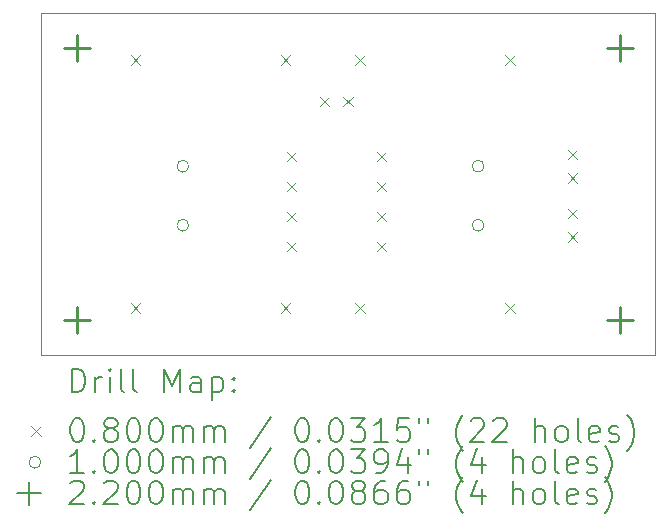
<source format=gbr>
%TF.GenerationSoftware,KiCad,Pcbnew,9.0.4*%
%TF.CreationDate,2025-10-11T18:25:24-04:00*%
%TF.ProjectId,test1,74657374-312e-46b6-9963-61645f706362,rev?*%
%TF.SameCoordinates,Original*%
%TF.FileFunction,Drillmap*%
%TF.FilePolarity,Positive*%
%FSLAX45Y45*%
G04 Gerber Fmt 4.5, Leading zero omitted, Abs format (unit mm)*
G04 Created by KiCad (PCBNEW 9.0.4) date 2025-10-11 18:25:24*
%MOMM*%
%LPD*%
G01*
G04 APERTURE LIST*
%ADD10C,0.050000*%
%ADD11C,0.200000*%
%ADD12C,0.100000*%
%ADD13C,0.220000*%
G04 APERTURE END LIST*
D10*
X12550000Y-8600000D02*
X17750000Y-8600000D01*
X17750000Y-11500000D01*
X12550000Y-11500000D01*
X12550000Y-8600000D01*
D11*
D12*
X13310000Y-8960000D02*
X13390000Y-9040000D01*
X13390000Y-8960000D02*
X13310000Y-9040000D01*
X13310000Y-11060000D02*
X13390000Y-11140000D01*
X13390000Y-11060000D02*
X13310000Y-11140000D01*
X14580000Y-8960000D02*
X14660000Y-9040000D01*
X14660000Y-8960000D02*
X14580000Y-9040000D01*
X14580000Y-11060000D02*
X14660000Y-11140000D01*
X14660000Y-11060000D02*
X14580000Y-11140000D01*
X14629500Y-9779000D02*
X14709500Y-9859000D01*
X14709500Y-9779000D02*
X14629500Y-9859000D01*
X14629500Y-10033000D02*
X14709500Y-10113000D01*
X14709500Y-10033000D02*
X14629500Y-10113000D01*
X14629500Y-10287000D02*
X14709500Y-10367000D01*
X14709500Y-10287000D02*
X14629500Y-10367000D01*
X14629500Y-10541000D02*
X14709500Y-10621000D01*
X14709500Y-10541000D02*
X14629500Y-10621000D01*
X14910000Y-9310000D02*
X14990000Y-9390000D01*
X14990000Y-9310000D02*
X14910000Y-9390000D01*
X15110000Y-9310000D02*
X15190000Y-9390000D01*
X15190000Y-9310000D02*
X15110000Y-9390000D01*
X15210000Y-8960000D02*
X15290000Y-9040000D01*
X15290000Y-8960000D02*
X15210000Y-9040000D01*
X15210000Y-11060000D02*
X15290000Y-11140000D01*
X15290000Y-11060000D02*
X15210000Y-11140000D01*
X15391500Y-9779000D02*
X15471500Y-9859000D01*
X15471500Y-9779000D02*
X15391500Y-9859000D01*
X15391500Y-10033000D02*
X15471500Y-10113000D01*
X15471500Y-10033000D02*
X15391500Y-10113000D01*
X15391500Y-10287000D02*
X15471500Y-10367000D01*
X15471500Y-10287000D02*
X15391500Y-10367000D01*
X15391500Y-10541000D02*
X15471500Y-10621000D01*
X15471500Y-10541000D02*
X15391500Y-10621000D01*
X16480000Y-8960000D02*
X16560000Y-9040000D01*
X16560000Y-8960000D02*
X16480000Y-9040000D01*
X16480000Y-11060000D02*
X16560000Y-11140000D01*
X16560000Y-11060000D02*
X16480000Y-11140000D01*
X17010000Y-9760000D02*
X17090000Y-9840000D01*
X17090000Y-9760000D02*
X17010000Y-9840000D01*
X17010000Y-9960000D02*
X17090000Y-10040000D01*
X17090000Y-9960000D02*
X17010000Y-10040000D01*
X17010000Y-10260000D02*
X17090000Y-10340000D01*
X17090000Y-10260000D02*
X17010000Y-10340000D01*
X17010000Y-10460000D02*
X17090000Y-10540000D01*
X17090000Y-10460000D02*
X17010000Y-10540000D01*
X13800000Y-9900000D02*
G75*
G02*
X13700000Y-9900000I-50000J0D01*
G01*
X13700000Y-9900000D02*
G75*
G02*
X13800000Y-9900000I50000J0D01*
G01*
X13800000Y-10400000D02*
G75*
G02*
X13700000Y-10400000I-50000J0D01*
G01*
X13700000Y-10400000D02*
G75*
G02*
X13800000Y-10400000I50000J0D01*
G01*
X16300000Y-9900000D02*
G75*
G02*
X16200000Y-9900000I-50000J0D01*
G01*
X16200000Y-9900000D02*
G75*
G02*
X16300000Y-9900000I50000J0D01*
G01*
X16300000Y-10400000D02*
G75*
G02*
X16200000Y-10400000I-50000J0D01*
G01*
X16200000Y-10400000D02*
G75*
G02*
X16300000Y-10400000I50000J0D01*
G01*
D13*
X12850000Y-8790000D02*
X12850000Y-9010000D01*
X12740000Y-8900000D02*
X12960000Y-8900000D01*
X12850000Y-11090000D02*
X12850000Y-11310000D01*
X12740000Y-11200000D02*
X12960000Y-11200000D01*
X17450000Y-8790000D02*
X17450000Y-9010000D01*
X17340000Y-8900000D02*
X17560000Y-8900000D01*
X17450000Y-11090000D02*
X17450000Y-11310000D01*
X17340000Y-11200000D02*
X17560000Y-11200000D01*
D11*
X12808277Y-11813984D02*
X12808277Y-11613984D01*
X12808277Y-11613984D02*
X12855896Y-11613984D01*
X12855896Y-11613984D02*
X12884467Y-11623508D01*
X12884467Y-11623508D02*
X12903515Y-11642555D01*
X12903515Y-11642555D02*
X12913039Y-11661603D01*
X12913039Y-11661603D02*
X12922562Y-11699698D01*
X12922562Y-11699698D02*
X12922562Y-11728269D01*
X12922562Y-11728269D02*
X12913039Y-11766365D01*
X12913039Y-11766365D02*
X12903515Y-11785412D01*
X12903515Y-11785412D02*
X12884467Y-11804460D01*
X12884467Y-11804460D02*
X12855896Y-11813984D01*
X12855896Y-11813984D02*
X12808277Y-11813984D01*
X13008277Y-11813984D02*
X13008277Y-11680650D01*
X13008277Y-11718746D02*
X13017801Y-11699698D01*
X13017801Y-11699698D02*
X13027324Y-11690174D01*
X13027324Y-11690174D02*
X13046372Y-11680650D01*
X13046372Y-11680650D02*
X13065420Y-11680650D01*
X13132086Y-11813984D02*
X13132086Y-11680650D01*
X13132086Y-11613984D02*
X13122562Y-11623508D01*
X13122562Y-11623508D02*
X13132086Y-11633031D01*
X13132086Y-11633031D02*
X13141610Y-11623508D01*
X13141610Y-11623508D02*
X13132086Y-11613984D01*
X13132086Y-11613984D02*
X13132086Y-11633031D01*
X13255896Y-11813984D02*
X13236848Y-11804460D01*
X13236848Y-11804460D02*
X13227324Y-11785412D01*
X13227324Y-11785412D02*
X13227324Y-11613984D01*
X13360658Y-11813984D02*
X13341610Y-11804460D01*
X13341610Y-11804460D02*
X13332086Y-11785412D01*
X13332086Y-11785412D02*
X13332086Y-11613984D01*
X13589229Y-11813984D02*
X13589229Y-11613984D01*
X13589229Y-11613984D02*
X13655896Y-11756841D01*
X13655896Y-11756841D02*
X13722562Y-11613984D01*
X13722562Y-11613984D02*
X13722562Y-11813984D01*
X13903515Y-11813984D02*
X13903515Y-11709222D01*
X13903515Y-11709222D02*
X13893991Y-11690174D01*
X13893991Y-11690174D02*
X13874943Y-11680650D01*
X13874943Y-11680650D02*
X13836848Y-11680650D01*
X13836848Y-11680650D02*
X13817801Y-11690174D01*
X13903515Y-11804460D02*
X13884467Y-11813984D01*
X13884467Y-11813984D02*
X13836848Y-11813984D01*
X13836848Y-11813984D02*
X13817801Y-11804460D01*
X13817801Y-11804460D02*
X13808277Y-11785412D01*
X13808277Y-11785412D02*
X13808277Y-11766365D01*
X13808277Y-11766365D02*
X13817801Y-11747317D01*
X13817801Y-11747317D02*
X13836848Y-11737793D01*
X13836848Y-11737793D02*
X13884467Y-11737793D01*
X13884467Y-11737793D02*
X13903515Y-11728269D01*
X13998753Y-11680650D02*
X13998753Y-11880650D01*
X13998753Y-11690174D02*
X14017801Y-11680650D01*
X14017801Y-11680650D02*
X14055896Y-11680650D01*
X14055896Y-11680650D02*
X14074943Y-11690174D01*
X14074943Y-11690174D02*
X14084467Y-11699698D01*
X14084467Y-11699698D02*
X14093991Y-11718746D01*
X14093991Y-11718746D02*
X14093991Y-11775888D01*
X14093991Y-11775888D02*
X14084467Y-11794936D01*
X14084467Y-11794936D02*
X14074943Y-11804460D01*
X14074943Y-11804460D02*
X14055896Y-11813984D01*
X14055896Y-11813984D02*
X14017801Y-11813984D01*
X14017801Y-11813984D02*
X13998753Y-11804460D01*
X14179705Y-11794936D02*
X14189229Y-11804460D01*
X14189229Y-11804460D02*
X14179705Y-11813984D01*
X14179705Y-11813984D02*
X14170182Y-11804460D01*
X14170182Y-11804460D02*
X14179705Y-11794936D01*
X14179705Y-11794936D02*
X14179705Y-11813984D01*
X14179705Y-11690174D02*
X14189229Y-11699698D01*
X14189229Y-11699698D02*
X14179705Y-11709222D01*
X14179705Y-11709222D02*
X14170182Y-11699698D01*
X14170182Y-11699698D02*
X14179705Y-11690174D01*
X14179705Y-11690174D02*
X14179705Y-11709222D01*
D12*
X12467500Y-12102500D02*
X12547500Y-12182500D01*
X12547500Y-12102500D02*
X12467500Y-12182500D01*
D11*
X12846372Y-12033984D02*
X12865420Y-12033984D01*
X12865420Y-12033984D02*
X12884467Y-12043508D01*
X12884467Y-12043508D02*
X12893991Y-12053031D01*
X12893991Y-12053031D02*
X12903515Y-12072079D01*
X12903515Y-12072079D02*
X12913039Y-12110174D01*
X12913039Y-12110174D02*
X12913039Y-12157793D01*
X12913039Y-12157793D02*
X12903515Y-12195888D01*
X12903515Y-12195888D02*
X12893991Y-12214936D01*
X12893991Y-12214936D02*
X12884467Y-12224460D01*
X12884467Y-12224460D02*
X12865420Y-12233984D01*
X12865420Y-12233984D02*
X12846372Y-12233984D01*
X12846372Y-12233984D02*
X12827324Y-12224460D01*
X12827324Y-12224460D02*
X12817801Y-12214936D01*
X12817801Y-12214936D02*
X12808277Y-12195888D01*
X12808277Y-12195888D02*
X12798753Y-12157793D01*
X12798753Y-12157793D02*
X12798753Y-12110174D01*
X12798753Y-12110174D02*
X12808277Y-12072079D01*
X12808277Y-12072079D02*
X12817801Y-12053031D01*
X12817801Y-12053031D02*
X12827324Y-12043508D01*
X12827324Y-12043508D02*
X12846372Y-12033984D01*
X12998753Y-12214936D02*
X13008277Y-12224460D01*
X13008277Y-12224460D02*
X12998753Y-12233984D01*
X12998753Y-12233984D02*
X12989229Y-12224460D01*
X12989229Y-12224460D02*
X12998753Y-12214936D01*
X12998753Y-12214936D02*
X12998753Y-12233984D01*
X13122562Y-12119698D02*
X13103515Y-12110174D01*
X13103515Y-12110174D02*
X13093991Y-12100650D01*
X13093991Y-12100650D02*
X13084467Y-12081603D01*
X13084467Y-12081603D02*
X13084467Y-12072079D01*
X13084467Y-12072079D02*
X13093991Y-12053031D01*
X13093991Y-12053031D02*
X13103515Y-12043508D01*
X13103515Y-12043508D02*
X13122562Y-12033984D01*
X13122562Y-12033984D02*
X13160658Y-12033984D01*
X13160658Y-12033984D02*
X13179705Y-12043508D01*
X13179705Y-12043508D02*
X13189229Y-12053031D01*
X13189229Y-12053031D02*
X13198753Y-12072079D01*
X13198753Y-12072079D02*
X13198753Y-12081603D01*
X13198753Y-12081603D02*
X13189229Y-12100650D01*
X13189229Y-12100650D02*
X13179705Y-12110174D01*
X13179705Y-12110174D02*
X13160658Y-12119698D01*
X13160658Y-12119698D02*
X13122562Y-12119698D01*
X13122562Y-12119698D02*
X13103515Y-12129222D01*
X13103515Y-12129222D02*
X13093991Y-12138746D01*
X13093991Y-12138746D02*
X13084467Y-12157793D01*
X13084467Y-12157793D02*
X13084467Y-12195888D01*
X13084467Y-12195888D02*
X13093991Y-12214936D01*
X13093991Y-12214936D02*
X13103515Y-12224460D01*
X13103515Y-12224460D02*
X13122562Y-12233984D01*
X13122562Y-12233984D02*
X13160658Y-12233984D01*
X13160658Y-12233984D02*
X13179705Y-12224460D01*
X13179705Y-12224460D02*
X13189229Y-12214936D01*
X13189229Y-12214936D02*
X13198753Y-12195888D01*
X13198753Y-12195888D02*
X13198753Y-12157793D01*
X13198753Y-12157793D02*
X13189229Y-12138746D01*
X13189229Y-12138746D02*
X13179705Y-12129222D01*
X13179705Y-12129222D02*
X13160658Y-12119698D01*
X13322562Y-12033984D02*
X13341610Y-12033984D01*
X13341610Y-12033984D02*
X13360658Y-12043508D01*
X13360658Y-12043508D02*
X13370182Y-12053031D01*
X13370182Y-12053031D02*
X13379705Y-12072079D01*
X13379705Y-12072079D02*
X13389229Y-12110174D01*
X13389229Y-12110174D02*
X13389229Y-12157793D01*
X13389229Y-12157793D02*
X13379705Y-12195888D01*
X13379705Y-12195888D02*
X13370182Y-12214936D01*
X13370182Y-12214936D02*
X13360658Y-12224460D01*
X13360658Y-12224460D02*
X13341610Y-12233984D01*
X13341610Y-12233984D02*
X13322562Y-12233984D01*
X13322562Y-12233984D02*
X13303515Y-12224460D01*
X13303515Y-12224460D02*
X13293991Y-12214936D01*
X13293991Y-12214936D02*
X13284467Y-12195888D01*
X13284467Y-12195888D02*
X13274943Y-12157793D01*
X13274943Y-12157793D02*
X13274943Y-12110174D01*
X13274943Y-12110174D02*
X13284467Y-12072079D01*
X13284467Y-12072079D02*
X13293991Y-12053031D01*
X13293991Y-12053031D02*
X13303515Y-12043508D01*
X13303515Y-12043508D02*
X13322562Y-12033984D01*
X13513039Y-12033984D02*
X13532086Y-12033984D01*
X13532086Y-12033984D02*
X13551134Y-12043508D01*
X13551134Y-12043508D02*
X13560658Y-12053031D01*
X13560658Y-12053031D02*
X13570182Y-12072079D01*
X13570182Y-12072079D02*
X13579705Y-12110174D01*
X13579705Y-12110174D02*
X13579705Y-12157793D01*
X13579705Y-12157793D02*
X13570182Y-12195888D01*
X13570182Y-12195888D02*
X13560658Y-12214936D01*
X13560658Y-12214936D02*
X13551134Y-12224460D01*
X13551134Y-12224460D02*
X13532086Y-12233984D01*
X13532086Y-12233984D02*
X13513039Y-12233984D01*
X13513039Y-12233984D02*
X13493991Y-12224460D01*
X13493991Y-12224460D02*
X13484467Y-12214936D01*
X13484467Y-12214936D02*
X13474943Y-12195888D01*
X13474943Y-12195888D02*
X13465420Y-12157793D01*
X13465420Y-12157793D02*
X13465420Y-12110174D01*
X13465420Y-12110174D02*
X13474943Y-12072079D01*
X13474943Y-12072079D02*
X13484467Y-12053031D01*
X13484467Y-12053031D02*
X13493991Y-12043508D01*
X13493991Y-12043508D02*
X13513039Y-12033984D01*
X13665420Y-12233984D02*
X13665420Y-12100650D01*
X13665420Y-12119698D02*
X13674943Y-12110174D01*
X13674943Y-12110174D02*
X13693991Y-12100650D01*
X13693991Y-12100650D02*
X13722563Y-12100650D01*
X13722563Y-12100650D02*
X13741610Y-12110174D01*
X13741610Y-12110174D02*
X13751134Y-12129222D01*
X13751134Y-12129222D02*
X13751134Y-12233984D01*
X13751134Y-12129222D02*
X13760658Y-12110174D01*
X13760658Y-12110174D02*
X13779705Y-12100650D01*
X13779705Y-12100650D02*
X13808277Y-12100650D01*
X13808277Y-12100650D02*
X13827324Y-12110174D01*
X13827324Y-12110174D02*
X13836848Y-12129222D01*
X13836848Y-12129222D02*
X13836848Y-12233984D01*
X13932086Y-12233984D02*
X13932086Y-12100650D01*
X13932086Y-12119698D02*
X13941610Y-12110174D01*
X13941610Y-12110174D02*
X13960658Y-12100650D01*
X13960658Y-12100650D02*
X13989229Y-12100650D01*
X13989229Y-12100650D02*
X14008277Y-12110174D01*
X14008277Y-12110174D02*
X14017801Y-12129222D01*
X14017801Y-12129222D02*
X14017801Y-12233984D01*
X14017801Y-12129222D02*
X14027324Y-12110174D01*
X14027324Y-12110174D02*
X14046372Y-12100650D01*
X14046372Y-12100650D02*
X14074943Y-12100650D01*
X14074943Y-12100650D02*
X14093991Y-12110174D01*
X14093991Y-12110174D02*
X14103515Y-12129222D01*
X14103515Y-12129222D02*
X14103515Y-12233984D01*
X14493991Y-12024460D02*
X14322563Y-12281603D01*
X14751134Y-12033984D02*
X14770182Y-12033984D01*
X14770182Y-12033984D02*
X14789229Y-12043508D01*
X14789229Y-12043508D02*
X14798753Y-12053031D01*
X14798753Y-12053031D02*
X14808277Y-12072079D01*
X14808277Y-12072079D02*
X14817801Y-12110174D01*
X14817801Y-12110174D02*
X14817801Y-12157793D01*
X14817801Y-12157793D02*
X14808277Y-12195888D01*
X14808277Y-12195888D02*
X14798753Y-12214936D01*
X14798753Y-12214936D02*
X14789229Y-12224460D01*
X14789229Y-12224460D02*
X14770182Y-12233984D01*
X14770182Y-12233984D02*
X14751134Y-12233984D01*
X14751134Y-12233984D02*
X14732086Y-12224460D01*
X14732086Y-12224460D02*
X14722563Y-12214936D01*
X14722563Y-12214936D02*
X14713039Y-12195888D01*
X14713039Y-12195888D02*
X14703515Y-12157793D01*
X14703515Y-12157793D02*
X14703515Y-12110174D01*
X14703515Y-12110174D02*
X14713039Y-12072079D01*
X14713039Y-12072079D02*
X14722563Y-12053031D01*
X14722563Y-12053031D02*
X14732086Y-12043508D01*
X14732086Y-12043508D02*
X14751134Y-12033984D01*
X14903515Y-12214936D02*
X14913039Y-12224460D01*
X14913039Y-12224460D02*
X14903515Y-12233984D01*
X14903515Y-12233984D02*
X14893991Y-12224460D01*
X14893991Y-12224460D02*
X14903515Y-12214936D01*
X14903515Y-12214936D02*
X14903515Y-12233984D01*
X15036848Y-12033984D02*
X15055896Y-12033984D01*
X15055896Y-12033984D02*
X15074944Y-12043508D01*
X15074944Y-12043508D02*
X15084467Y-12053031D01*
X15084467Y-12053031D02*
X15093991Y-12072079D01*
X15093991Y-12072079D02*
X15103515Y-12110174D01*
X15103515Y-12110174D02*
X15103515Y-12157793D01*
X15103515Y-12157793D02*
X15093991Y-12195888D01*
X15093991Y-12195888D02*
X15084467Y-12214936D01*
X15084467Y-12214936D02*
X15074944Y-12224460D01*
X15074944Y-12224460D02*
X15055896Y-12233984D01*
X15055896Y-12233984D02*
X15036848Y-12233984D01*
X15036848Y-12233984D02*
X15017801Y-12224460D01*
X15017801Y-12224460D02*
X15008277Y-12214936D01*
X15008277Y-12214936D02*
X14998753Y-12195888D01*
X14998753Y-12195888D02*
X14989229Y-12157793D01*
X14989229Y-12157793D02*
X14989229Y-12110174D01*
X14989229Y-12110174D02*
X14998753Y-12072079D01*
X14998753Y-12072079D02*
X15008277Y-12053031D01*
X15008277Y-12053031D02*
X15017801Y-12043508D01*
X15017801Y-12043508D02*
X15036848Y-12033984D01*
X15170182Y-12033984D02*
X15293991Y-12033984D01*
X15293991Y-12033984D02*
X15227325Y-12110174D01*
X15227325Y-12110174D02*
X15255896Y-12110174D01*
X15255896Y-12110174D02*
X15274944Y-12119698D01*
X15274944Y-12119698D02*
X15284467Y-12129222D01*
X15284467Y-12129222D02*
X15293991Y-12148269D01*
X15293991Y-12148269D02*
X15293991Y-12195888D01*
X15293991Y-12195888D02*
X15284467Y-12214936D01*
X15284467Y-12214936D02*
X15274944Y-12224460D01*
X15274944Y-12224460D02*
X15255896Y-12233984D01*
X15255896Y-12233984D02*
X15198753Y-12233984D01*
X15198753Y-12233984D02*
X15179706Y-12224460D01*
X15179706Y-12224460D02*
X15170182Y-12214936D01*
X15484467Y-12233984D02*
X15370182Y-12233984D01*
X15427325Y-12233984D02*
X15427325Y-12033984D01*
X15427325Y-12033984D02*
X15408277Y-12062555D01*
X15408277Y-12062555D02*
X15389229Y-12081603D01*
X15389229Y-12081603D02*
X15370182Y-12091127D01*
X15665420Y-12033984D02*
X15570182Y-12033984D01*
X15570182Y-12033984D02*
X15560658Y-12129222D01*
X15560658Y-12129222D02*
X15570182Y-12119698D01*
X15570182Y-12119698D02*
X15589229Y-12110174D01*
X15589229Y-12110174D02*
X15636848Y-12110174D01*
X15636848Y-12110174D02*
X15655896Y-12119698D01*
X15655896Y-12119698D02*
X15665420Y-12129222D01*
X15665420Y-12129222D02*
X15674944Y-12148269D01*
X15674944Y-12148269D02*
X15674944Y-12195888D01*
X15674944Y-12195888D02*
X15665420Y-12214936D01*
X15665420Y-12214936D02*
X15655896Y-12224460D01*
X15655896Y-12224460D02*
X15636848Y-12233984D01*
X15636848Y-12233984D02*
X15589229Y-12233984D01*
X15589229Y-12233984D02*
X15570182Y-12224460D01*
X15570182Y-12224460D02*
X15560658Y-12214936D01*
X15751134Y-12033984D02*
X15751134Y-12072079D01*
X15827325Y-12033984D02*
X15827325Y-12072079D01*
X16122563Y-12310174D02*
X16113039Y-12300650D01*
X16113039Y-12300650D02*
X16093991Y-12272079D01*
X16093991Y-12272079D02*
X16084468Y-12253031D01*
X16084468Y-12253031D02*
X16074944Y-12224460D01*
X16074944Y-12224460D02*
X16065420Y-12176841D01*
X16065420Y-12176841D02*
X16065420Y-12138746D01*
X16065420Y-12138746D02*
X16074944Y-12091127D01*
X16074944Y-12091127D02*
X16084468Y-12062555D01*
X16084468Y-12062555D02*
X16093991Y-12043508D01*
X16093991Y-12043508D02*
X16113039Y-12014936D01*
X16113039Y-12014936D02*
X16122563Y-12005412D01*
X16189229Y-12053031D02*
X16198753Y-12043508D01*
X16198753Y-12043508D02*
X16217801Y-12033984D01*
X16217801Y-12033984D02*
X16265420Y-12033984D01*
X16265420Y-12033984D02*
X16284468Y-12043508D01*
X16284468Y-12043508D02*
X16293991Y-12053031D01*
X16293991Y-12053031D02*
X16303515Y-12072079D01*
X16303515Y-12072079D02*
X16303515Y-12091127D01*
X16303515Y-12091127D02*
X16293991Y-12119698D01*
X16293991Y-12119698D02*
X16179706Y-12233984D01*
X16179706Y-12233984D02*
X16303515Y-12233984D01*
X16379706Y-12053031D02*
X16389229Y-12043508D01*
X16389229Y-12043508D02*
X16408277Y-12033984D01*
X16408277Y-12033984D02*
X16455896Y-12033984D01*
X16455896Y-12033984D02*
X16474944Y-12043508D01*
X16474944Y-12043508D02*
X16484468Y-12053031D01*
X16484468Y-12053031D02*
X16493991Y-12072079D01*
X16493991Y-12072079D02*
X16493991Y-12091127D01*
X16493991Y-12091127D02*
X16484468Y-12119698D01*
X16484468Y-12119698D02*
X16370182Y-12233984D01*
X16370182Y-12233984D02*
X16493991Y-12233984D01*
X16732087Y-12233984D02*
X16732087Y-12033984D01*
X16817801Y-12233984D02*
X16817801Y-12129222D01*
X16817801Y-12129222D02*
X16808277Y-12110174D01*
X16808277Y-12110174D02*
X16789230Y-12100650D01*
X16789230Y-12100650D02*
X16760658Y-12100650D01*
X16760658Y-12100650D02*
X16741610Y-12110174D01*
X16741610Y-12110174D02*
X16732087Y-12119698D01*
X16941611Y-12233984D02*
X16922563Y-12224460D01*
X16922563Y-12224460D02*
X16913039Y-12214936D01*
X16913039Y-12214936D02*
X16903515Y-12195888D01*
X16903515Y-12195888D02*
X16903515Y-12138746D01*
X16903515Y-12138746D02*
X16913039Y-12119698D01*
X16913039Y-12119698D02*
X16922563Y-12110174D01*
X16922563Y-12110174D02*
X16941611Y-12100650D01*
X16941611Y-12100650D02*
X16970182Y-12100650D01*
X16970182Y-12100650D02*
X16989230Y-12110174D01*
X16989230Y-12110174D02*
X16998753Y-12119698D01*
X16998753Y-12119698D02*
X17008277Y-12138746D01*
X17008277Y-12138746D02*
X17008277Y-12195888D01*
X17008277Y-12195888D02*
X16998753Y-12214936D01*
X16998753Y-12214936D02*
X16989230Y-12224460D01*
X16989230Y-12224460D02*
X16970182Y-12233984D01*
X16970182Y-12233984D02*
X16941611Y-12233984D01*
X17122563Y-12233984D02*
X17103515Y-12224460D01*
X17103515Y-12224460D02*
X17093992Y-12205412D01*
X17093992Y-12205412D02*
X17093992Y-12033984D01*
X17274944Y-12224460D02*
X17255896Y-12233984D01*
X17255896Y-12233984D02*
X17217801Y-12233984D01*
X17217801Y-12233984D02*
X17198753Y-12224460D01*
X17198753Y-12224460D02*
X17189230Y-12205412D01*
X17189230Y-12205412D02*
X17189230Y-12129222D01*
X17189230Y-12129222D02*
X17198753Y-12110174D01*
X17198753Y-12110174D02*
X17217801Y-12100650D01*
X17217801Y-12100650D02*
X17255896Y-12100650D01*
X17255896Y-12100650D02*
X17274944Y-12110174D01*
X17274944Y-12110174D02*
X17284468Y-12129222D01*
X17284468Y-12129222D02*
X17284468Y-12148269D01*
X17284468Y-12148269D02*
X17189230Y-12167317D01*
X17360658Y-12224460D02*
X17379706Y-12233984D01*
X17379706Y-12233984D02*
X17417801Y-12233984D01*
X17417801Y-12233984D02*
X17436849Y-12224460D01*
X17436849Y-12224460D02*
X17446373Y-12205412D01*
X17446373Y-12205412D02*
X17446373Y-12195888D01*
X17446373Y-12195888D02*
X17436849Y-12176841D01*
X17436849Y-12176841D02*
X17417801Y-12167317D01*
X17417801Y-12167317D02*
X17389230Y-12167317D01*
X17389230Y-12167317D02*
X17370182Y-12157793D01*
X17370182Y-12157793D02*
X17360658Y-12138746D01*
X17360658Y-12138746D02*
X17360658Y-12129222D01*
X17360658Y-12129222D02*
X17370182Y-12110174D01*
X17370182Y-12110174D02*
X17389230Y-12100650D01*
X17389230Y-12100650D02*
X17417801Y-12100650D01*
X17417801Y-12100650D02*
X17436849Y-12110174D01*
X17513039Y-12310174D02*
X17522563Y-12300650D01*
X17522563Y-12300650D02*
X17541611Y-12272079D01*
X17541611Y-12272079D02*
X17551134Y-12253031D01*
X17551134Y-12253031D02*
X17560658Y-12224460D01*
X17560658Y-12224460D02*
X17570182Y-12176841D01*
X17570182Y-12176841D02*
X17570182Y-12138746D01*
X17570182Y-12138746D02*
X17560658Y-12091127D01*
X17560658Y-12091127D02*
X17551134Y-12062555D01*
X17551134Y-12062555D02*
X17541611Y-12043508D01*
X17541611Y-12043508D02*
X17522563Y-12014936D01*
X17522563Y-12014936D02*
X17513039Y-12005412D01*
D12*
X12547500Y-12406500D02*
G75*
G02*
X12447500Y-12406500I-50000J0D01*
G01*
X12447500Y-12406500D02*
G75*
G02*
X12547500Y-12406500I50000J0D01*
G01*
D11*
X12913039Y-12497984D02*
X12798753Y-12497984D01*
X12855896Y-12497984D02*
X12855896Y-12297984D01*
X12855896Y-12297984D02*
X12836848Y-12326555D01*
X12836848Y-12326555D02*
X12817801Y-12345603D01*
X12817801Y-12345603D02*
X12798753Y-12355127D01*
X12998753Y-12478936D02*
X13008277Y-12488460D01*
X13008277Y-12488460D02*
X12998753Y-12497984D01*
X12998753Y-12497984D02*
X12989229Y-12488460D01*
X12989229Y-12488460D02*
X12998753Y-12478936D01*
X12998753Y-12478936D02*
X12998753Y-12497984D01*
X13132086Y-12297984D02*
X13151134Y-12297984D01*
X13151134Y-12297984D02*
X13170182Y-12307508D01*
X13170182Y-12307508D02*
X13179705Y-12317031D01*
X13179705Y-12317031D02*
X13189229Y-12336079D01*
X13189229Y-12336079D02*
X13198753Y-12374174D01*
X13198753Y-12374174D02*
X13198753Y-12421793D01*
X13198753Y-12421793D02*
X13189229Y-12459888D01*
X13189229Y-12459888D02*
X13179705Y-12478936D01*
X13179705Y-12478936D02*
X13170182Y-12488460D01*
X13170182Y-12488460D02*
X13151134Y-12497984D01*
X13151134Y-12497984D02*
X13132086Y-12497984D01*
X13132086Y-12497984D02*
X13113039Y-12488460D01*
X13113039Y-12488460D02*
X13103515Y-12478936D01*
X13103515Y-12478936D02*
X13093991Y-12459888D01*
X13093991Y-12459888D02*
X13084467Y-12421793D01*
X13084467Y-12421793D02*
X13084467Y-12374174D01*
X13084467Y-12374174D02*
X13093991Y-12336079D01*
X13093991Y-12336079D02*
X13103515Y-12317031D01*
X13103515Y-12317031D02*
X13113039Y-12307508D01*
X13113039Y-12307508D02*
X13132086Y-12297984D01*
X13322562Y-12297984D02*
X13341610Y-12297984D01*
X13341610Y-12297984D02*
X13360658Y-12307508D01*
X13360658Y-12307508D02*
X13370182Y-12317031D01*
X13370182Y-12317031D02*
X13379705Y-12336079D01*
X13379705Y-12336079D02*
X13389229Y-12374174D01*
X13389229Y-12374174D02*
X13389229Y-12421793D01*
X13389229Y-12421793D02*
X13379705Y-12459888D01*
X13379705Y-12459888D02*
X13370182Y-12478936D01*
X13370182Y-12478936D02*
X13360658Y-12488460D01*
X13360658Y-12488460D02*
X13341610Y-12497984D01*
X13341610Y-12497984D02*
X13322562Y-12497984D01*
X13322562Y-12497984D02*
X13303515Y-12488460D01*
X13303515Y-12488460D02*
X13293991Y-12478936D01*
X13293991Y-12478936D02*
X13284467Y-12459888D01*
X13284467Y-12459888D02*
X13274943Y-12421793D01*
X13274943Y-12421793D02*
X13274943Y-12374174D01*
X13274943Y-12374174D02*
X13284467Y-12336079D01*
X13284467Y-12336079D02*
X13293991Y-12317031D01*
X13293991Y-12317031D02*
X13303515Y-12307508D01*
X13303515Y-12307508D02*
X13322562Y-12297984D01*
X13513039Y-12297984D02*
X13532086Y-12297984D01*
X13532086Y-12297984D02*
X13551134Y-12307508D01*
X13551134Y-12307508D02*
X13560658Y-12317031D01*
X13560658Y-12317031D02*
X13570182Y-12336079D01*
X13570182Y-12336079D02*
X13579705Y-12374174D01*
X13579705Y-12374174D02*
X13579705Y-12421793D01*
X13579705Y-12421793D02*
X13570182Y-12459888D01*
X13570182Y-12459888D02*
X13560658Y-12478936D01*
X13560658Y-12478936D02*
X13551134Y-12488460D01*
X13551134Y-12488460D02*
X13532086Y-12497984D01*
X13532086Y-12497984D02*
X13513039Y-12497984D01*
X13513039Y-12497984D02*
X13493991Y-12488460D01*
X13493991Y-12488460D02*
X13484467Y-12478936D01*
X13484467Y-12478936D02*
X13474943Y-12459888D01*
X13474943Y-12459888D02*
X13465420Y-12421793D01*
X13465420Y-12421793D02*
X13465420Y-12374174D01*
X13465420Y-12374174D02*
X13474943Y-12336079D01*
X13474943Y-12336079D02*
X13484467Y-12317031D01*
X13484467Y-12317031D02*
X13493991Y-12307508D01*
X13493991Y-12307508D02*
X13513039Y-12297984D01*
X13665420Y-12497984D02*
X13665420Y-12364650D01*
X13665420Y-12383698D02*
X13674943Y-12374174D01*
X13674943Y-12374174D02*
X13693991Y-12364650D01*
X13693991Y-12364650D02*
X13722563Y-12364650D01*
X13722563Y-12364650D02*
X13741610Y-12374174D01*
X13741610Y-12374174D02*
X13751134Y-12393222D01*
X13751134Y-12393222D02*
X13751134Y-12497984D01*
X13751134Y-12393222D02*
X13760658Y-12374174D01*
X13760658Y-12374174D02*
X13779705Y-12364650D01*
X13779705Y-12364650D02*
X13808277Y-12364650D01*
X13808277Y-12364650D02*
X13827324Y-12374174D01*
X13827324Y-12374174D02*
X13836848Y-12393222D01*
X13836848Y-12393222D02*
X13836848Y-12497984D01*
X13932086Y-12497984D02*
X13932086Y-12364650D01*
X13932086Y-12383698D02*
X13941610Y-12374174D01*
X13941610Y-12374174D02*
X13960658Y-12364650D01*
X13960658Y-12364650D02*
X13989229Y-12364650D01*
X13989229Y-12364650D02*
X14008277Y-12374174D01*
X14008277Y-12374174D02*
X14017801Y-12393222D01*
X14017801Y-12393222D02*
X14017801Y-12497984D01*
X14017801Y-12393222D02*
X14027324Y-12374174D01*
X14027324Y-12374174D02*
X14046372Y-12364650D01*
X14046372Y-12364650D02*
X14074943Y-12364650D01*
X14074943Y-12364650D02*
X14093991Y-12374174D01*
X14093991Y-12374174D02*
X14103515Y-12393222D01*
X14103515Y-12393222D02*
X14103515Y-12497984D01*
X14493991Y-12288460D02*
X14322563Y-12545603D01*
X14751134Y-12297984D02*
X14770182Y-12297984D01*
X14770182Y-12297984D02*
X14789229Y-12307508D01*
X14789229Y-12307508D02*
X14798753Y-12317031D01*
X14798753Y-12317031D02*
X14808277Y-12336079D01*
X14808277Y-12336079D02*
X14817801Y-12374174D01*
X14817801Y-12374174D02*
X14817801Y-12421793D01*
X14817801Y-12421793D02*
X14808277Y-12459888D01*
X14808277Y-12459888D02*
X14798753Y-12478936D01*
X14798753Y-12478936D02*
X14789229Y-12488460D01*
X14789229Y-12488460D02*
X14770182Y-12497984D01*
X14770182Y-12497984D02*
X14751134Y-12497984D01*
X14751134Y-12497984D02*
X14732086Y-12488460D01*
X14732086Y-12488460D02*
X14722563Y-12478936D01*
X14722563Y-12478936D02*
X14713039Y-12459888D01*
X14713039Y-12459888D02*
X14703515Y-12421793D01*
X14703515Y-12421793D02*
X14703515Y-12374174D01*
X14703515Y-12374174D02*
X14713039Y-12336079D01*
X14713039Y-12336079D02*
X14722563Y-12317031D01*
X14722563Y-12317031D02*
X14732086Y-12307508D01*
X14732086Y-12307508D02*
X14751134Y-12297984D01*
X14903515Y-12478936D02*
X14913039Y-12488460D01*
X14913039Y-12488460D02*
X14903515Y-12497984D01*
X14903515Y-12497984D02*
X14893991Y-12488460D01*
X14893991Y-12488460D02*
X14903515Y-12478936D01*
X14903515Y-12478936D02*
X14903515Y-12497984D01*
X15036848Y-12297984D02*
X15055896Y-12297984D01*
X15055896Y-12297984D02*
X15074944Y-12307508D01*
X15074944Y-12307508D02*
X15084467Y-12317031D01*
X15084467Y-12317031D02*
X15093991Y-12336079D01*
X15093991Y-12336079D02*
X15103515Y-12374174D01*
X15103515Y-12374174D02*
X15103515Y-12421793D01*
X15103515Y-12421793D02*
X15093991Y-12459888D01*
X15093991Y-12459888D02*
X15084467Y-12478936D01*
X15084467Y-12478936D02*
X15074944Y-12488460D01*
X15074944Y-12488460D02*
X15055896Y-12497984D01*
X15055896Y-12497984D02*
X15036848Y-12497984D01*
X15036848Y-12497984D02*
X15017801Y-12488460D01*
X15017801Y-12488460D02*
X15008277Y-12478936D01*
X15008277Y-12478936D02*
X14998753Y-12459888D01*
X14998753Y-12459888D02*
X14989229Y-12421793D01*
X14989229Y-12421793D02*
X14989229Y-12374174D01*
X14989229Y-12374174D02*
X14998753Y-12336079D01*
X14998753Y-12336079D02*
X15008277Y-12317031D01*
X15008277Y-12317031D02*
X15017801Y-12307508D01*
X15017801Y-12307508D02*
X15036848Y-12297984D01*
X15170182Y-12297984D02*
X15293991Y-12297984D01*
X15293991Y-12297984D02*
X15227325Y-12374174D01*
X15227325Y-12374174D02*
X15255896Y-12374174D01*
X15255896Y-12374174D02*
X15274944Y-12383698D01*
X15274944Y-12383698D02*
X15284467Y-12393222D01*
X15284467Y-12393222D02*
X15293991Y-12412269D01*
X15293991Y-12412269D02*
X15293991Y-12459888D01*
X15293991Y-12459888D02*
X15284467Y-12478936D01*
X15284467Y-12478936D02*
X15274944Y-12488460D01*
X15274944Y-12488460D02*
X15255896Y-12497984D01*
X15255896Y-12497984D02*
X15198753Y-12497984D01*
X15198753Y-12497984D02*
X15179706Y-12488460D01*
X15179706Y-12488460D02*
X15170182Y-12478936D01*
X15389229Y-12497984D02*
X15427325Y-12497984D01*
X15427325Y-12497984D02*
X15446372Y-12488460D01*
X15446372Y-12488460D02*
X15455896Y-12478936D01*
X15455896Y-12478936D02*
X15474944Y-12450365D01*
X15474944Y-12450365D02*
X15484467Y-12412269D01*
X15484467Y-12412269D02*
X15484467Y-12336079D01*
X15484467Y-12336079D02*
X15474944Y-12317031D01*
X15474944Y-12317031D02*
X15465420Y-12307508D01*
X15465420Y-12307508D02*
X15446372Y-12297984D01*
X15446372Y-12297984D02*
X15408277Y-12297984D01*
X15408277Y-12297984D02*
X15389229Y-12307508D01*
X15389229Y-12307508D02*
X15379706Y-12317031D01*
X15379706Y-12317031D02*
X15370182Y-12336079D01*
X15370182Y-12336079D02*
X15370182Y-12383698D01*
X15370182Y-12383698D02*
X15379706Y-12402746D01*
X15379706Y-12402746D02*
X15389229Y-12412269D01*
X15389229Y-12412269D02*
X15408277Y-12421793D01*
X15408277Y-12421793D02*
X15446372Y-12421793D01*
X15446372Y-12421793D02*
X15465420Y-12412269D01*
X15465420Y-12412269D02*
X15474944Y-12402746D01*
X15474944Y-12402746D02*
X15484467Y-12383698D01*
X15655896Y-12364650D02*
X15655896Y-12497984D01*
X15608277Y-12288460D02*
X15560658Y-12431317D01*
X15560658Y-12431317D02*
X15684467Y-12431317D01*
X15751134Y-12297984D02*
X15751134Y-12336079D01*
X15827325Y-12297984D02*
X15827325Y-12336079D01*
X16122563Y-12574174D02*
X16113039Y-12564650D01*
X16113039Y-12564650D02*
X16093991Y-12536079D01*
X16093991Y-12536079D02*
X16084468Y-12517031D01*
X16084468Y-12517031D02*
X16074944Y-12488460D01*
X16074944Y-12488460D02*
X16065420Y-12440841D01*
X16065420Y-12440841D02*
X16065420Y-12402746D01*
X16065420Y-12402746D02*
X16074944Y-12355127D01*
X16074944Y-12355127D02*
X16084468Y-12326555D01*
X16084468Y-12326555D02*
X16093991Y-12307508D01*
X16093991Y-12307508D02*
X16113039Y-12278936D01*
X16113039Y-12278936D02*
X16122563Y-12269412D01*
X16284468Y-12364650D02*
X16284468Y-12497984D01*
X16236848Y-12288460D02*
X16189229Y-12431317D01*
X16189229Y-12431317D02*
X16313039Y-12431317D01*
X16541610Y-12497984D02*
X16541610Y-12297984D01*
X16627325Y-12497984D02*
X16627325Y-12393222D01*
X16627325Y-12393222D02*
X16617801Y-12374174D01*
X16617801Y-12374174D02*
X16598753Y-12364650D01*
X16598753Y-12364650D02*
X16570182Y-12364650D01*
X16570182Y-12364650D02*
X16551134Y-12374174D01*
X16551134Y-12374174D02*
X16541610Y-12383698D01*
X16751134Y-12497984D02*
X16732087Y-12488460D01*
X16732087Y-12488460D02*
X16722563Y-12478936D01*
X16722563Y-12478936D02*
X16713039Y-12459888D01*
X16713039Y-12459888D02*
X16713039Y-12402746D01*
X16713039Y-12402746D02*
X16722563Y-12383698D01*
X16722563Y-12383698D02*
X16732087Y-12374174D01*
X16732087Y-12374174D02*
X16751134Y-12364650D01*
X16751134Y-12364650D02*
X16779706Y-12364650D01*
X16779706Y-12364650D02*
X16798753Y-12374174D01*
X16798753Y-12374174D02*
X16808277Y-12383698D01*
X16808277Y-12383698D02*
X16817801Y-12402746D01*
X16817801Y-12402746D02*
X16817801Y-12459888D01*
X16817801Y-12459888D02*
X16808277Y-12478936D01*
X16808277Y-12478936D02*
X16798753Y-12488460D01*
X16798753Y-12488460D02*
X16779706Y-12497984D01*
X16779706Y-12497984D02*
X16751134Y-12497984D01*
X16932087Y-12497984D02*
X16913039Y-12488460D01*
X16913039Y-12488460D02*
X16903515Y-12469412D01*
X16903515Y-12469412D02*
X16903515Y-12297984D01*
X17084468Y-12488460D02*
X17065420Y-12497984D01*
X17065420Y-12497984D02*
X17027325Y-12497984D01*
X17027325Y-12497984D02*
X17008277Y-12488460D01*
X17008277Y-12488460D02*
X16998753Y-12469412D01*
X16998753Y-12469412D02*
X16998753Y-12393222D01*
X16998753Y-12393222D02*
X17008277Y-12374174D01*
X17008277Y-12374174D02*
X17027325Y-12364650D01*
X17027325Y-12364650D02*
X17065420Y-12364650D01*
X17065420Y-12364650D02*
X17084468Y-12374174D01*
X17084468Y-12374174D02*
X17093992Y-12393222D01*
X17093992Y-12393222D02*
X17093992Y-12412269D01*
X17093992Y-12412269D02*
X16998753Y-12431317D01*
X17170182Y-12488460D02*
X17189230Y-12497984D01*
X17189230Y-12497984D02*
X17227325Y-12497984D01*
X17227325Y-12497984D02*
X17246373Y-12488460D01*
X17246373Y-12488460D02*
X17255896Y-12469412D01*
X17255896Y-12469412D02*
X17255896Y-12459888D01*
X17255896Y-12459888D02*
X17246373Y-12440841D01*
X17246373Y-12440841D02*
X17227325Y-12431317D01*
X17227325Y-12431317D02*
X17198753Y-12431317D01*
X17198753Y-12431317D02*
X17179706Y-12421793D01*
X17179706Y-12421793D02*
X17170182Y-12402746D01*
X17170182Y-12402746D02*
X17170182Y-12393222D01*
X17170182Y-12393222D02*
X17179706Y-12374174D01*
X17179706Y-12374174D02*
X17198753Y-12364650D01*
X17198753Y-12364650D02*
X17227325Y-12364650D01*
X17227325Y-12364650D02*
X17246373Y-12374174D01*
X17322563Y-12574174D02*
X17332087Y-12564650D01*
X17332087Y-12564650D02*
X17351134Y-12536079D01*
X17351134Y-12536079D02*
X17360658Y-12517031D01*
X17360658Y-12517031D02*
X17370182Y-12488460D01*
X17370182Y-12488460D02*
X17379706Y-12440841D01*
X17379706Y-12440841D02*
X17379706Y-12402746D01*
X17379706Y-12402746D02*
X17370182Y-12355127D01*
X17370182Y-12355127D02*
X17360658Y-12326555D01*
X17360658Y-12326555D02*
X17351134Y-12307508D01*
X17351134Y-12307508D02*
X17332087Y-12278936D01*
X17332087Y-12278936D02*
X17322563Y-12269412D01*
X12447500Y-12570500D02*
X12447500Y-12770500D01*
X12347500Y-12670500D02*
X12547500Y-12670500D01*
X12798753Y-12581031D02*
X12808277Y-12571508D01*
X12808277Y-12571508D02*
X12827324Y-12561984D01*
X12827324Y-12561984D02*
X12874943Y-12561984D01*
X12874943Y-12561984D02*
X12893991Y-12571508D01*
X12893991Y-12571508D02*
X12903515Y-12581031D01*
X12903515Y-12581031D02*
X12913039Y-12600079D01*
X12913039Y-12600079D02*
X12913039Y-12619127D01*
X12913039Y-12619127D02*
X12903515Y-12647698D01*
X12903515Y-12647698D02*
X12789229Y-12761984D01*
X12789229Y-12761984D02*
X12913039Y-12761984D01*
X12998753Y-12742936D02*
X13008277Y-12752460D01*
X13008277Y-12752460D02*
X12998753Y-12761984D01*
X12998753Y-12761984D02*
X12989229Y-12752460D01*
X12989229Y-12752460D02*
X12998753Y-12742936D01*
X12998753Y-12742936D02*
X12998753Y-12761984D01*
X13084467Y-12581031D02*
X13093991Y-12571508D01*
X13093991Y-12571508D02*
X13113039Y-12561984D01*
X13113039Y-12561984D02*
X13160658Y-12561984D01*
X13160658Y-12561984D02*
X13179705Y-12571508D01*
X13179705Y-12571508D02*
X13189229Y-12581031D01*
X13189229Y-12581031D02*
X13198753Y-12600079D01*
X13198753Y-12600079D02*
X13198753Y-12619127D01*
X13198753Y-12619127D02*
X13189229Y-12647698D01*
X13189229Y-12647698D02*
X13074943Y-12761984D01*
X13074943Y-12761984D02*
X13198753Y-12761984D01*
X13322562Y-12561984D02*
X13341610Y-12561984D01*
X13341610Y-12561984D02*
X13360658Y-12571508D01*
X13360658Y-12571508D02*
X13370182Y-12581031D01*
X13370182Y-12581031D02*
X13379705Y-12600079D01*
X13379705Y-12600079D02*
X13389229Y-12638174D01*
X13389229Y-12638174D02*
X13389229Y-12685793D01*
X13389229Y-12685793D02*
X13379705Y-12723888D01*
X13379705Y-12723888D02*
X13370182Y-12742936D01*
X13370182Y-12742936D02*
X13360658Y-12752460D01*
X13360658Y-12752460D02*
X13341610Y-12761984D01*
X13341610Y-12761984D02*
X13322562Y-12761984D01*
X13322562Y-12761984D02*
X13303515Y-12752460D01*
X13303515Y-12752460D02*
X13293991Y-12742936D01*
X13293991Y-12742936D02*
X13284467Y-12723888D01*
X13284467Y-12723888D02*
X13274943Y-12685793D01*
X13274943Y-12685793D02*
X13274943Y-12638174D01*
X13274943Y-12638174D02*
X13284467Y-12600079D01*
X13284467Y-12600079D02*
X13293991Y-12581031D01*
X13293991Y-12581031D02*
X13303515Y-12571508D01*
X13303515Y-12571508D02*
X13322562Y-12561984D01*
X13513039Y-12561984D02*
X13532086Y-12561984D01*
X13532086Y-12561984D02*
X13551134Y-12571508D01*
X13551134Y-12571508D02*
X13560658Y-12581031D01*
X13560658Y-12581031D02*
X13570182Y-12600079D01*
X13570182Y-12600079D02*
X13579705Y-12638174D01*
X13579705Y-12638174D02*
X13579705Y-12685793D01*
X13579705Y-12685793D02*
X13570182Y-12723888D01*
X13570182Y-12723888D02*
X13560658Y-12742936D01*
X13560658Y-12742936D02*
X13551134Y-12752460D01*
X13551134Y-12752460D02*
X13532086Y-12761984D01*
X13532086Y-12761984D02*
X13513039Y-12761984D01*
X13513039Y-12761984D02*
X13493991Y-12752460D01*
X13493991Y-12752460D02*
X13484467Y-12742936D01*
X13484467Y-12742936D02*
X13474943Y-12723888D01*
X13474943Y-12723888D02*
X13465420Y-12685793D01*
X13465420Y-12685793D02*
X13465420Y-12638174D01*
X13465420Y-12638174D02*
X13474943Y-12600079D01*
X13474943Y-12600079D02*
X13484467Y-12581031D01*
X13484467Y-12581031D02*
X13493991Y-12571508D01*
X13493991Y-12571508D02*
X13513039Y-12561984D01*
X13665420Y-12761984D02*
X13665420Y-12628650D01*
X13665420Y-12647698D02*
X13674943Y-12638174D01*
X13674943Y-12638174D02*
X13693991Y-12628650D01*
X13693991Y-12628650D02*
X13722563Y-12628650D01*
X13722563Y-12628650D02*
X13741610Y-12638174D01*
X13741610Y-12638174D02*
X13751134Y-12657222D01*
X13751134Y-12657222D02*
X13751134Y-12761984D01*
X13751134Y-12657222D02*
X13760658Y-12638174D01*
X13760658Y-12638174D02*
X13779705Y-12628650D01*
X13779705Y-12628650D02*
X13808277Y-12628650D01*
X13808277Y-12628650D02*
X13827324Y-12638174D01*
X13827324Y-12638174D02*
X13836848Y-12657222D01*
X13836848Y-12657222D02*
X13836848Y-12761984D01*
X13932086Y-12761984D02*
X13932086Y-12628650D01*
X13932086Y-12647698D02*
X13941610Y-12638174D01*
X13941610Y-12638174D02*
X13960658Y-12628650D01*
X13960658Y-12628650D02*
X13989229Y-12628650D01*
X13989229Y-12628650D02*
X14008277Y-12638174D01*
X14008277Y-12638174D02*
X14017801Y-12657222D01*
X14017801Y-12657222D02*
X14017801Y-12761984D01*
X14017801Y-12657222D02*
X14027324Y-12638174D01*
X14027324Y-12638174D02*
X14046372Y-12628650D01*
X14046372Y-12628650D02*
X14074943Y-12628650D01*
X14074943Y-12628650D02*
X14093991Y-12638174D01*
X14093991Y-12638174D02*
X14103515Y-12657222D01*
X14103515Y-12657222D02*
X14103515Y-12761984D01*
X14493991Y-12552460D02*
X14322563Y-12809603D01*
X14751134Y-12561984D02*
X14770182Y-12561984D01*
X14770182Y-12561984D02*
X14789229Y-12571508D01*
X14789229Y-12571508D02*
X14798753Y-12581031D01*
X14798753Y-12581031D02*
X14808277Y-12600079D01*
X14808277Y-12600079D02*
X14817801Y-12638174D01*
X14817801Y-12638174D02*
X14817801Y-12685793D01*
X14817801Y-12685793D02*
X14808277Y-12723888D01*
X14808277Y-12723888D02*
X14798753Y-12742936D01*
X14798753Y-12742936D02*
X14789229Y-12752460D01*
X14789229Y-12752460D02*
X14770182Y-12761984D01*
X14770182Y-12761984D02*
X14751134Y-12761984D01*
X14751134Y-12761984D02*
X14732086Y-12752460D01*
X14732086Y-12752460D02*
X14722563Y-12742936D01*
X14722563Y-12742936D02*
X14713039Y-12723888D01*
X14713039Y-12723888D02*
X14703515Y-12685793D01*
X14703515Y-12685793D02*
X14703515Y-12638174D01*
X14703515Y-12638174D02*
X14713039Y-12600079D01*
X14713039Y-12600079D02*
X14722563Y-12581031D01*
X14722563Y-12581031D02*
X14732086Y-12571508D01*
X14732086Y-12571508D02*
X14751134Y-12561984D01*
X14903515Y-12742936D02*
X14913039Y-12752460D01*
X14913039Y-12752460D02*
X14903515Y-12761984D01*
X14903515Y-12761984D02*
X14893991Y-12752460D01*
X14893991Y-12752460D02*
X14903515Y-12742936D01*
X14903515Y-12742936D02*
X14903515Y-12761984D01*
X15036848Y-12561984D02*
X15055896Y-12561984D01*
X15055896Y-12561984D02*
X15074944Y-12571508D01*
X15074944Y-12571508D02*
X15084467Y-12581031D01*
X15084467Y-12581031D02*
X15093991Y-12600079D01*
X15093991Y-12600079D02*
X15103515Y-12638174D01*
X15103515Y-12638174D02*
X15103515Y-12685793D01*
X15103515Y-12685793D02*
X15093991Y-12723888D01*
X15093991Y-12723888D02*
X15084467Y-12742936D01*
X15084467Y-12742936D02*
X15074944Y-12752460D01*
X15074944Y-12752460D02*
X15055896Y-12761984D01*
X15055896Y-12761984D02*
X15036848Y-12761984D01*
X15036848Y-12761984D02*
X15017801Y-12752460D01*
X15017801Y-12752460D02*
X15008277Y-12742936D01*
X15008277Y-12742936D02*
X14998753Y-12723888D01*
X14998753Y-12723888D02*
X14989229Y-12685793D01*
X14989229Y-12685793D02*
X14989229Y-12638174D01*
X14989229Y-12638174D02*
X14998753Y-12600079D01*
X14998753Y-12600079D02*
X15008277Y-12581031D01*
X15008277Y-12581031D02*
X15017801Y-12571508D01*
X15017801Y-12571508D02*
X15036848Y-12561984D01*
X15217801Y-12647698D02*
X15198753Y-12638174D01*
X15198753Y-12638174D02*
X15189229Y-12628650D01*
X15189229Y-12628650D02*
X15179706Y-12609603D01*
X15179706Y-12609603D02*
X15179706Y-12600079D01*
X15179706Y-12600079D02*
X15189229Y-12581031D01*
X15189229Y-12581031D02*
X15198753Y-12571508D01*
X15198753Y-12571508D02*
X15217801Y-12561984D01*
X15217801Y-12561984D02*
X15255896Y-12561984D01*
X15255896Y-12561984D02*
X15274944Y-12571508D01*
X15274944Y-12571508D02*
X15284467Y-12581031D01*
X15284467Y-12581031D02*
X15293991Y-12600079D01*
X15293991Y-12600079D02*
X15293991Y-12609603D01*
X15293991Y-12609603D02*
X15284467Y-12628650D01*
X15284467Y-12628650D02*
X15274944Y-12638174D01*
X15274944Y-12638174D02*
X15255896Y-12647698D01*
X15255896Y-12647698D02*
X15217801Y-12647698D01*
X15217801Y-12647698D02*
X15198753Y-12657222D01*
X15198753Y-12657222D02*
X15189229Y-12666746D01*
X15189229Y-12666746D02*
X15179706Y-12685793D01*
X15179706Y-12685793D02*
X15179706Y-12723888D01*
X15179706Y-12723888D02*
X15189229Y-12742936D01*
X15189229Y-12742936D02*
X15198753Y-12752460D01*
X15198753Y-12752460D02*
X15217801Y-12761984D01*
X15217801Y-12761984D02*
X15255896Y-12761984D01*
X15255896Y-12761984D02*
X15274944Y-12752460D01*
X15274944Y-12752460D02*
X15284467Y-12742936D01*
X15284467Y-12742936D02*
X15293991Y-12723888D01*
X15293991Y-12723888D02*
X15293991Y-12685793D01*
X15293991Y-12685793D02*
X15284467Y-12666746D01*
X15284467Y-12666746D02*
X15274944Y-12657222D01*
X15274944Y-12657222D02*
X15255896Y-12647698D01*
X15465420Y-12561984D02*
X15427325Y-12561984D01*
X15427325Y-12561984D02*
X15408277Y-12571508D01*
X15408277Y-12571508D02*
X15398753Y-12581031D01*
X15398753Y-12581031D02*
X15379706Y-12609603D01*
X15379706Y-12609603D02*
X15370182Y-12647698D01*
X15370182Y-12647698D02*
X15370182Y-12723888D01*
X15370182Y-12723888D02*
X15379706Y-12742936D01*
X15379706Y-12742936D02*
X15389229Y-12752460D01*
X15389229Y-12752460D02*
X15408277Y-12761984D01*
X15408277Y-12761984D02*
X15446372Y-12761984D01*
X15446372Y-12761984D02*
X15465420Y-12752460D01*
X15465420Y-12752460D02*
X15474944Y-12742936D01*
X15474944Y-12742936D02*
X15484467Y-12723888D01*
X15484467Y-12723888D02*
X15484467Y-12676269D01*
X15484467Y-12676269D02*
X15474944Y-12657222D01*
X15474944Y-12657222D02*
X15465420Y-12647698D01*
X15465420Y-12647698D02*
X15446372Y-12638174D01*
X15446372Y-12638174D02*
X15408277Y-12638174D01*
X15408277Y-12638174D02*
X15389229Y-12647698D01*
X15389229Y-12647698D02*
X15379706Y-12657222D01*
X15379706Y-12657222D02*
X15370182Y-12676269D01*
X15655896Y-12561984D02*
X15617801Y-12561984D01*
X15617801Y-12561984D02*
X15598753Y-12571508D01*
X15598753Y-12571508D02*
X15589229Y-12581031D01*
X15589229Y-12581031D02*
X15570182Y-12609603D01*
X15570182Y-12609603D02*
X15560658Y-12647698D01*
X15560658Y-12647698D02*
X15560658Y-12723888D01*
X15560658Y-12723888D02*
X15570182Y-12742936D01*
X15570182Y-12742936D02*
X15579706Y-12752460D01*
X15579706Y-12752460D02*
X15598753Y-12761984D01*
X15598753Y-12761984D02*
X15636848Y-12761984D01*
X15636848Y-12761984D02*
X15655896Y-12752460D01*
X15655896Y-12752460D02*
X15665420Y-12742936D01*
X15665420Y-12742936D02*
X15674944Y-12723888D01*
X15674944Y-12723888D02*
X15674944Y-12676269D01*
X15674944Y-12676269D02*
X15665420Y-12657222D01*
X15665420Y-12657222D02*
X15655896Y-12647698D01*
X15655896Y-12647698D02*
X15636848Y-12638174D01*
X15636848Y-12638174D02*
X15598753Y-12638174D01*
X15598753Y-12638174D02*
X15579706Y-12647698D01*
X15579706Y-12647698D02*
X15570182Y-12657222D01*
X15570182Y-12657222D02*
X15560658Y-12676269D01*
X15751134Y-12561984D02*
X15751134Y-12600079D01*
X15827325Y-12561984D02*
X15827325Y-12600079D01*
X16122563Y-12838174D02*
X16113039Y-12828650D01*
X16113039Y-12828650D02*
X16093991Y-12800079D01*
X16093991Y-12800079D02*
X16084468Y-12781031D01*
X16084468Y-12781031D02*
X16074944Y-12752460D01*
X16074944Y-12752460D02*
X16065420Y-12704841D01*
X16065420Y-12704841D02*
X16065420Y-12666746D01*
X16065420Y-12666746D02*
X16074944Y-12619127D01*
X16074944Y-12619127D02*
X16084468Y-12590555D01*
X16084468Y-12590555D02*
X16093991Y-12571508D01*
X16093991Y-12571508D02*
X16113039Y-12542936D01*
X16113039Y-12542936D02*
X16122563Y-12533412D01*
X16284468Y-12628650D02*
X16284468Y-12761984D01*
X16236848Y-12552460D02*
X16189229Y-12695317D01*
X16189229Y-12695317D02*
X16313039Y-12695317D01*
X16541610Y-12761984D02*
X16541610Y-12561984D01*
X16627325Y-12761984D02*
X16627325Y-12657222D01*
X16627325Y-12657222D02*
X16617801Y-12638174D01*
X16617801Y-12638174D02*
X16598753Y-12628650D01*
X16598753Y-12628650D02*
X16570182Y-12628650D01*
X16570182Y-12628650D02*
X16551134Y-12638174D01*
X16551134Y-12638174D02*
X16541610Y-12647698D01*
X16751134Y-12761984D02*
X16732087Y-12752460D01*
X16732087Y-12752460D02*
X16722563Y-12742936D01*
X16722563Y-12742936D02*
X16713039Y-12723888D01*
X16713039Y-12723888D02*
X16713039Y-12666746D01*
X16713039Y-12666746D02*
X16722563Y-12647698D01*
X16722563Y-12647698D02*
X16732087Y-12638174D01*
X16732087Y-12638174D02*
X16751134Y-12628650D01*
X16751134Y-12628650D02*
X16779706Y-12628650D01*
X16779706Y-12628650D02*
X16798753Y-12638174D01*
X16798753Y-12638174D02*
X16808277Y-12647698D01*
X16808277Y-12647698D02*
X16817801Y-12666746D01*
X16817801Y-12666746D02*
X16817801Y-12723888D01*
X16817801Y-12723888D02*
X16808277Y-12742936D01*
X16808277Y-12742936D02*
X16798753Y-12752460D01*
X16798753Y-12752460D02*
X16779706Y-12761984D01*
X16779706Y-12761984D02*
X16751134Y-12761984D01*
X16932087Y-12761984D02*
X16913039Y-12752460D01*
X16913039Y-12752460D02*
X16903515Y-12733412D01*
X16903515Y-12733412D02*
X16903515Y-12561984D01*
X17084468Y-12752460D02*
X17065420Y-12761984D01*
X17065420Y-12761984D02*
X17027325Y-12761984D01*
X17027325Y-12761984D02*
X17008277Y-12752460D01*
X17008277Y-12752460D02*
X16998753Y-12733412D01*
X16998753Y-12733412D02*
X16998753Y-12657222D01*
X16998753Y-12657222D02*
X17008277Y-12638174D01*
X17008277Y-12638174D02*
X17027325Y-12628650D01*
X17027325Y-12628650D02*
X17065420Y-12628650D01*
X17065420Y-12628650D02*
X17084468Y-12638174D01*
X17084468Y-12638174D02*
X17093992Y-12657222D01*
X17093992Y-12657222D02*
X17093992Y-12676269D01*
X17093992Y-12676269D02*
X16998753Y-12695317D01*
X17170182Y-12752460D02*
X17189230Y-12761984D01*
X17189230Y-12761984D02*
X17227325Y-12761984D01*
X17227325Y-12761984D02*
X17246373Y-12752460D01*
X17246373Y-12752460D02*
X17255896Y-12733412D01*
X17255896Y-12733412D02*
X17255896Y-12723888D01*
X17255896Y-12723888D02*
X17246373Y-12704841D01*
X17246373Y-12704841D02*
X17227325Y-12695317D01*
X17227325Y-12695317D02*
X17198753Y-12695317D01*
X17198753Y-12695317D02*
X17179706Y-12685793D01*
X17179706Y-12685793D02*
X17170182Y-12666746D01*
X17170182Y-12666746D02*
X17170182Y-12657222D01*
X17170182Y-12657222D02*
X17179706Y-12638174D01*
X17179706Y-12638174D02*
X17198753Y-12628650D01*
X17198753Y-12628650D02*
X17227325Y-12628650D01*
X17227325Y-12628650D02*
X17246373Y-12638174D01*
X17322563Y-12838174D02*
X17332087Y-12828650D01*
X17332087Y-12828650D02*
X17351134Y-12800079D01*
X17351134Y-12800079D02*
X17360658Y-12781031D01*
X17360658Y-12781031D02*
X17370182Y-12752460D01*
X17370182Y-12752460D02*
X17379706Y-12704841D01*
X17379706Y-12704841D02*
X17379706Y-12666746D01*
X17379706Y-12666746D02*
X17370182Y-12619127D01*
X17370182Y-12619127D02*
X17360658Y-12590555D01*
X17360658Y-12590555D02*
X17351134Y-12571508D01*
X17351134Y-12571508D02*
X17332087Y-12542936D01*
X17332087Y-12542936D02*
X17322563Y-12533412D01*
M02*

</source>
